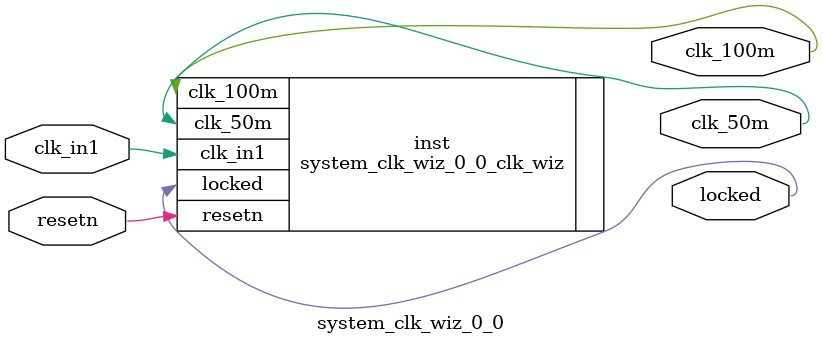
<source format=v>


`timescale 1ps/1ps

(* CORE_GENERATION_INFO = "system_clk_wiz_0_0,clk_wiz_v6_0_6_0_0,{component_name=system_clk_wiz_0_0,use_phase_alignment=true,use_min_o_jitter=false,use_max_i_jitter=false,use_dyn_phase_shift=false,use_inclk_switchover=false,use_dyn_reconfig=false,enable_axi=0,feedback_source=FDBK_AUTO,PRIMITIVE=MMCM,num_out_clk=2,clkin1_period=20.000,clkin2_period=10.0,use_power_down=false,use_reset=true,use_locked=true,use_inclk_stopped=false,feedback_type=SINGLE,CLOCK_MGR_TYPE=NA,manual_override=false}" *)

module system_clk_wiz_0_0 
 (
  // Clock out ports
  output        clk_100m,
  output        clk_50m,
  // Status and control signals
  input         resetn,
  output        locked,
 // Clock in ports
  input         clk_in1
 );

  system_clk_wiz_0_0_clk_wiz inst
  (
  // Clock out ports  
  .clk_100m(clk_100m),
  .clk_50m(clk_50m),
  // Status and control signals               
  .resetn(resetn), 
  .locked(locked),
 // Clock in ports
  .clk_in1(clk_in1)
  );

endmodule

</source>
